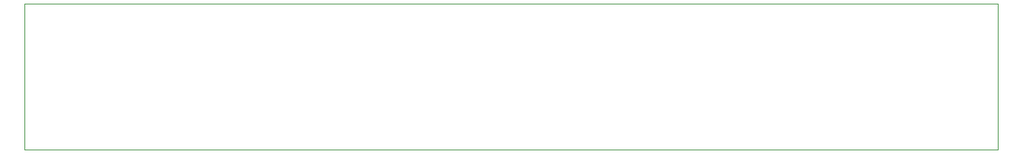
<source format=gm1>
G04 #@! TF.GenerationSoftware,KiCad,Pcbnew,6.0.8-f2edbf62ab~116~ubuntu22.04.1*
G04 #@! TF.CreationDate,2022-11-21T14:05:37-08:00*
G04 #@! TF.ProjectId,pmod-button,706d6f64-2d62-4757-9474-6f6e2e6b6963,rev?*
G04 #@! TF.SameCoordinates,Original*
G04 #@! TF.FileFunction,Profile,NP*
%FSLAX46Y46*%
G04 Gerber Fmt 4.6, Leading zero omitted, Abs format (unit mm)*
G04 Created by KiCad (PCBNEW 6.0.8-f2edbf62ab~116~ubuntu22.04.1) date 2022-11-21 14:05:37*
%MOMM*%
%LPD*%
G01*
G04 APERTURE LIST*
G04 #@! TA.AperFunction,Profile*
%ADD10C,0.100000*%
G04 #@! TD*
G04 APERTURE END LIST*
D10*
X90678000Y-135382000D02*
X90678000Y-118618000D01*
X201930000Y-135382000D02*
X90678000Y-135382000D01*
X201930000Y-118618000D02*
X201930000Y-135382000D01*
X90678000Y-118618000D02*
X201930000Y-118618000D01*
M02*

</source>
